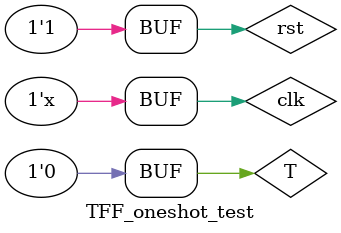
<source format=v>
`timescale 1ns / 1ps


module TFF_oneshot_test();

reg clk, rst, T;
wire Q;

TFF_oneshot FF(clk, rst, T, Q);

initial begin
    clk <= 0;
    rst <= 1;
    T <= 0;
    #10 rst <= 0;
    #10 rst <= 1;
    #80 T <= 1;
    #100 T <= 0;
end

always begin
    #5 clk <= ~clk;
end

endmodule


</source>
